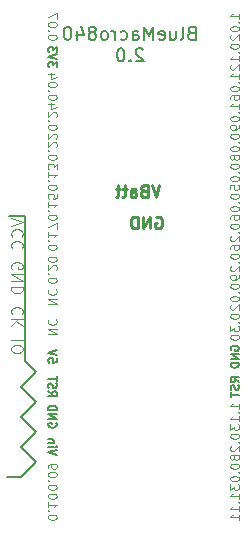
<source format=gbr>
G04 #@! TF.GenerationSoftware,KiCad,Pcbnew,(5.1.8)-1*
G04 #@! TF.CreationDate,2021-04-26T09:33:21+02:00*
G04 #@! TF.ProjectId,BlueMacro,426c7565-4d61-4637-926f-2e6b69636164,rev?*
G04 #@! TF.SameCoordinates,Original*
G04 #@! TF.FileFunction,Legend,Bot*
G04 #@! TF.FilePolarity,Positive*
%FSLAX46Y46*%
G04 Gerber Fmt 4.6, Leading zero omitted, Abs format (unit mm)*
G04 Created by KiCad (PCBNEW (5.1.8)-1) date 2021-04-26 09:33:21*
%MOMM*%
%LPD*%
G01*
G04 APERTURE LIST*
%ADD10C,0.170000*%
%ADD11C,0.100000*%
%ADD12C,0.250000*%
%ADD13C,0.200000*%
%ADD14C,0.150000*%
G04 APERTURE END LIST*
D10*
X53699714Y-31015428D02*
X53542571Y-31067809D01*
X53490190Y-31120190D01*
X53437809Y-31224952D01*
X53437809Y-31382095D01*
X53490190Y-31486857D01*
X53542571Y-31539238D01*
X53647333Y-31591619D01*
X54066380Y-31591619D01*
X54066380Y-30491619D01*
X53699714Y-30491619D01*
X53594952Y-30544000D01*
X53542571Y-30596380D01*
X53490190Y-30701142D01*
X53490190Y-30805904D01*
X53542571Y-30910666D01*
X53594952Y-30963047D01*
X53699714Y-31015428D01*
X54066380Y-31015428D01*
X52809238Y-31591619D02*
X52914000Y-31539238D01*
X52966380Y-31434476D01*
X52966380Y-30491619D01*
X51918761Y-30858285D02*
X51918761Y-31591619D01*
X52390190Y-30858285D02*
X52390190Y-31434476D01*
X52337809Y-31539238D01*
X52233047Y-31591619D01*
X52075904Y-31591619D01*
X51971142Y-31539238D01*
X51918761Y-31486857D01*
X50975904Y-31539238D02*
X51080666Y-31591619D01*
X51290190Y-31591619D01*
X51394952Y-31539238D01*
X51447333Y-31434476D01*
X51447333Y-31015428D01*
X51394952Y-30910666D01*
X51290190Y-30858285D01*
X51080666Y-30858285D01*
X50975904Y-30910666D01*
X50923523Y-31015428D01*
X50923523Y-31120190D01*
X51447333Y-31224952D01*
X50452095Y-31591619D02*
X50452095Y-30491619D01*
X50085428Y-31277333D01*
X49718761Y-30491619D01*
X49718761Y-31591619D01*
X48723523Y-31591619D02*
X48723523Y-31015428D01*
X48775904Y-30910666D01*
X48880666Y-30858285D01*
X49090190Y-30858285D01*
X49194952Y-30910666D01*
X48723523Y-31539238D02*
X48828285Y-31591619D01*
X49090190Y-31591619D01*
X49194952Y-31539238D01*
X49247333Y-31434476D01*
X49247333Y-31329714D01*
X49194952Y-31224952D01*
X49090190Y-31172571D01*
X48828285Y-31172571D01*
X48723523Y-31120190D01*
X47728285Y-31539238D02*
X47833047Y-31591619D01*
X48042571Y-31591619D01*
X48147333Y-31539238D01*
X48199714Y-31486857D01*
X48252095Y-31382095D01*
X48252095Y-31067809D01*
X48199714Y-30963047D01*
X48147333Y-30910666D01*
X48042571Y-30858285D01*
X47833047Y-30858285D01*
X47728285Y-30910666D01*
X47256857Y-31591619D02*
X47256857Y-30858285D01*
X47256857Y-31067809D02*
X47204476Y-30963047D01*
X47152095Y-30910666D01*
X47047333Y-30858285D01*
X46942571Y-30858285D01*
X46418761Y-31591619D02*
X46523523Y-31539238D01*
X46575904Y-31486857D01*
X46628285Y-31382095D01*
X46628285Y-31067809D01*
X46575904Y-30963047D01*
X46523523Y-30910666D01*
X46418761Y-30858285D01*
X46261619Y-30858285D01*
X46156857Y-30910666D01*
X46104476Y-30963047D01*
X46052095Y-31067809D01*
X46052095Y-31382095D01*
X46104476Y-31486857D01*
X46156857Y-31539238D01*
X46261619Y-31591619D01*
X46418761Y-31591619D01*
X45423523Y-30963047D02*
X45528285Y-30910666D01*
X45580666Y-30858285D01*
X45633047Y-30753523D01*
X45633047Y-30701142D01*
X45580666Y-30596380D01*
X45528285Y-30544000D01*
X45423523Y-30491619D01*
X45214000Y-30491619D01*
X45109238Y-30544000D01*
X45056857Y-30596380D01*
X45004476Y-30701142D01*
X45004476Y-30753523D01*
X45056857Y-30858285D01*
X45109238Y-30910666D01*
X45214000Y-30963047D01*
X45423523Y-30963047D01*
X45528285Y-31015428D01*
X45580666Y-31067809D01*
X45633047Y-31172571D01*
X45633047Y-31382095D01*
X45580666Y-31486857D01*
X45528285Y-31539238D01*
X45423523Y-31591619D01*
X45214000Y-31591619D01*
X45109238Y-31539238D01*
X45056857Y-31486857D01*
X45004476Y-31382095D01*
X45004476Y-31172571D01*
X45056857Y-31067809D01*
X45109238Y-31015428D01*
X45214000Y-30963047D01*
X44061619Y-30858285D02*
X44061619Y-31591619D01*
X44323523Y-30439238D02*
X44585428Y-31224952D01*
X43904476Y-31224952D01*
X43275904Y-30491619D02*
X43171142Y-30491619D01*
X43066380Y-30544000D01*
X43014000Y-30596380D01*
X42961619Y-30701142D01*
X42909238Y-30910666D01*
X42909238Y-31172571D01*
X42961619Y-31382095D01*
X43014000Y-31486857D01*
X43066380Y-31539238D01*
X43171142Y-31591619D01*
X43275904Y-31591619D01*
X43380666Y-31539238D01*
X43433047Y-31486857D01*
X43485428Y-31382095D01*
X43537809Y-31172571D01*
X43537809Y-30910666D01*
X43485428Y-30701142D01*
X43433047Y-30596380D01*
X43380666Y-30544000D01*
X43275904Y-30491619D01*
X49614000Y-32416380D02*
X49561619Y-32364000D01*
X49456857Y-32311619D01*
X49194952Y-32311619D01*
X49090190Y-32364000D01*
X49037809Y-32416380D01*
X48985428Y-32521142D01*
X48985428Y-32625904D01*
X49037809Y-32783047D01*
X49666380Y-33411619D01*
X48985428Y-33411619D01*
X48514000Y-33306857D02*
X48461619Y-33359238D01*
X48514000Y-33411619D01*
X48566380Y-33359238D01*
X48514000Y-33306857D01*
X48514000Y-33411619D01*
X47780666Y-32311619D02*
X47675904Y-32311619D01*
X47571142Y-32364000D01*
X47518761Y-32416380D01*
X47466380Y-32521142D01*
X47414000Y-32730666D01*
X47414000Y-32992571D01*
X47466380Y-33202095D01*
X47518761Y-33306857D01*
X47571142Y-33359238D01*
X47675904Y-33411619D01*
X47780666Y-33411619D01*
X47885428Y-33359238D01*
X47937809Y-33306857D01*
X47990190Y-33202095D01*
X48042571Y-32992571D01*
X48042571Y-32730666D01*
X47990190Y-32521142D01*
X47937809Y-32416380D01*
X47885428Y-32364000D01*
X47780666Y-32311619D01*
D11*
X57743285Y-70441428D02*
X57743285Y-70012857D01*
X57743285Y-70227142D02*
X56993285Y-70227142D01*
X57100428Y-70155714D01*
X57171857Y-70084285D01*
X57207571Y-70012857D01*
X57671857Y-70762857D02*
X57707571Y-70798571D01*
X57743285Y-70762857D01*
X57707571Y-70727142D01*
X57671857Y-70762857D01*
X57743285Y-70762857D01*
X57743285Y-71512857D02*
X57743285Y-71084285D01*
X57743285Y-71298571D02*
X56993285Y-71298571D01*
X57100428Y-71227142D01*
X57171857Y-71155714D01*
X57207571Y-71084285D01*
X57743285Y-72227142D02*
X57743285Y-71798571D01*
X57743285Y-72012857D02*
X56993285Y-72012857D01*
X57100428Y-71941428D01*
X57171857Y-71870000D01*
X57207571Y-71798571D01*
X56993285Y-67651428D02*
X56993285Y-67722857D01*
X57029000Y-67794285D01*
X57064714Y-67830000D01*
X57136142Y-67865714D01*
X57279000Y-67901428D01*
X57457571Y-67901428D01*
X57600428Y-67865714D01*
X57671857Y-67830000D01*
X57707571Y-67794285D01*
X57743285Y-67722857D01*
X57743285Y-67651428D01*
X57707571Y-67580000D01*
X57671857Y-67544285D01*
X57600428Y-67508571D01*
X57457571Y-67472857D01*
X57279000Y-67472857D01*
X57136142Y-67508571D01*
X57064714Y-67544285D01*
X57029000Y-67580000D01*
X56993285Y-67651428D01*
X57671857Y-68222857D02*
X57707571Y-68258571D01*
X57743285Y-68222857D01*
X57707571Y-68187142D01*
X57671857Y-68222857D01*
X57743285Y-68222857D01*
X56993285Y-68722857D02*
X56993285Y-68794285D01*
X57029000Y-68865714D01*
X57064714Y-68901428D01*
X57136142Y-68937142D01*
X57279000Y-68972857D01*
X57457571Y-68972857D01*
X57600428Y-68937142D01*
X57671857Y-68901428D01*
X57707571Y-68865714D01*
X57743285Y-68794285D01*
X57743285Y-68722857D01*
X57707571Y-68651428D01*
X57671857Y-68615714D01*
X57600428Y-68580000D01*
X57457571Y-68544285D01*
X57279000Y-68544285D01*
X57136142Y-68580000D01*
X57064714Y-68615714D01*
X57029000Y-68651428D01*
X56993285Y-68722857D01*
X56993285Y-69222857D02*
X56993285Y-69687142D01*
X57279000Y-69437142D01*
X57279000Y-69544285D01*
X57314714Y-69615714D01*
X57350428Y-69651428D01*
X57421857Y-69687142D01*
X57600428Y-69687142D01*
X57671857Y-69651428D01*
X57707571Y-69615714D01*
X57743285Y-69544285D01*
X57743285Y-69330000D01*
X57707571Y-69258571D01*
X57671857Y-69222857D01*
X56993285Y-65111428D02*
X56993285Y-65182857D01*
X57029000Y-65254285D01*
X57064714Y-65290000D01*
X57136142Y-65325714D01*
X57279000Y-65361428D01*
X57457571Y-65361428D01*
X57600428Y-65325714D01*
X57671857Y-65290000D01*
X57707571Y-65254285D01*
X57743285Y-65182857D01*
X57743285Y-65111428D01*
X57707571Y-65040000D01*
X57671857Y-65004285D01*
X57600428Y-64968571D01*
X57457571Y-64932857D01*
X57279000Y-64932857D01*
X57136142Y-64968571D01*
X57064714Y-65004285D01*
X57029000Y-65040000D01*
X56993285Y-65111428D01*
X57671857Y-65682857D02*
X57707571Y-65718571D01*
X57743285Y-65682857D01*
X57707571Y-65647142D01*
X57671857Y-65682857D01*
X57743285Y-65682857D01*
X57064714Y-66004285D02*
X57029000Y-66040000D01*
X56993285Y-66111428D01*
X56993285Y-66290000D01*
X57029000Y-66361428D01*
X57064714Y-66397142D01*
X57136142Y-66432857D01*
X57207571Y-66432857D01*
X57314714Y-66397142D01*
X57743285Y-65968571D01*
X57743285Y-66432857D01*
X57314714Y-66861428D02*
X57279000Y-66790000D01*
X57243285Y-66754285D01*
X57171857Y-66718571D01*
X57136142Y-66718571D01*
X57064714Y-66754285D01*
X57029000Y-66790000D01*
X56993285Y-66861428D01*
X56993285Y-67004285D01*
X57029000Y-67075714D01*
X57064714Y-67111428D01*
X57136142Y-67147142D01*
X57171857Y-67147142D01*
X57243285Y-67111428D01*
X57279000Y-67075714D01*
X57314714Y-67004285D01*
X57314714Y-66861428D01*
X57350428Y-66790000D01*
X57386142Y-66754285D01*
X57457571Y-66718571D01*
X57600428Y-66718571D01*
X57671857Y-66754285D01*
X57707571Y-66790000D01*
X57743285Y-66861428D01*
X57743285Y-67004285D01*
X57707571Y-67075714D01*
X57671857Y-67111428D01*
X57600428Y-67147142D01*
X57457571Y-67147142D01*
X57386142Y-67111428D01*
X57350428Y-67075714D01*
X57314714Y-67004285D01*
X57743285Y-62821428D02*
X57743285Y-62392857D01*
X57743285Y-62607142D02*
X56993285Y-62607142D01*
X57100428Y-62535714D01*
X57171857Y-62464285D01*
X57207571Y-62392857D01*
X57671857Y-63142857D02*
X57707571Y-63178571D01*
X57743285Y-63142857D01*
X57707571Y-63107142D01*
X57671857Y-63142857D01*
X57743285Y-63142857D01*
X57743285Y-63892857D02*
X57743285Y-63464285D01*
X57743285Y-63678571D02*
X56993285Y-63678571D01*
X57100428Y-63607142D01*
X57171857Y-63535714D01*
X57207571Y-63464285D01*
X56993285Y-64142857D02*
X56993285Y-64607142D01*
X57279000Y-64357142D01*
X57279000Y-64464285D01*
X57314714Y-64535714D01*
X57350428Y-64571428D01*
X57421857Y-64607142D01*
X57600428Y-64607142D01*
X57671857Y-64571428D01*
X57707571Y-64535714D01*
X57743285Y-64464285D01*
X57743285Y-64250000D01*
X57707571Y-64178571D01*
X57671857Y-64142857D01*
X56993285Y-54951428D02*
X56993285Y-55022857D01*
X57029000Y-55094285D01*
X57064714Y-55130000D01*
X57136142Y-55165714D01*
X57279000Y-55201428D01*
X57457571Y-55201428D01*
X57600428Y-55165714D01*
X57671857Y-55130000D01*
X57707571Y-55094285D01*
X57743285Y-55022857D01*
X57743285Y-54951428D01*
X57707571Y-54880000D01*
X57671857Y-54844285D01*
X57600428Y-54808571D01*
X57457571Y-54772857D01*
X57279000Y-54772857D01*
X57136142Y-54808571D01*
X57064714Y-54844285D01*
X57029000Y-54880000D01*
X56993285Y-54951428D01*
X57671857Y-55522857D02*
X57707571Y-55558571D01*
X57743285Y-55522857D01*
X57707571Y-55487142D01*
X57671857Y-55522857D01*
X57743285Y-55522857D01*
X56993285Y-55808571D02*
X56993285Y-56272857D01*
X57279000Y-56022857D01*
X57279000Y-56130000D01*
X57314714Y-56201428D01*
X57350428Y-56237142D01*
X57421857Y-56272857D01*
X57600428Y-56272857D01*
X57671857Y-56237142D01*
X57707571Y-56201428D01*
X57743285Y-56130000D01*
X57743285Y-55915714D01*
X57707571Y-55844285D01*
X57671857Y-55808571D01*
X56993285Y-56737142D02*
X56993285Y-56808571D01*
X57029000Y-56880000D01*
X57064714Y-56915714D01*
X57136142Y-56951428D01*
X57279000Y-56987142D01*
X57457571Y-56987142D01*
X57600428Y-56951428D01*
X57671857Y-56915714D01*
X57707571Y-56880000D01*
X57743285Y-56808571D01*
X57743285Y-56737142D01*
X57707571Y-56665714D01*
X57671857Y-56630000D01*
X57600428Y-56594285D01*
X57457571Y-56558571D01*
X57279000Y-56558571D01*
X57136142Y-56594285D01*
X57064714Y-56630000D01*
X57029000Y-56665714D01*
X56993285Y-56737142D01*
X56993285Y-52411428D02*
X56993285Y-52482857D01*
X57029000Y-52554285D01*
X57064714Y-52590000D01*
X57136142Y-52625714D01*
X57279000Y-52661428D01*
X57457571Y-52661428D01*
X57600428Y-52625714D01*
X57671857Y-52590000D01*
X57707571Y-52554285D01*
X57743285Y-52482857D01*
X57743285Y-52411428D01*
X57707571Y-52340000D01*
X57671857Y-52304285D01*
X57600428Y-52268571D01*
X57457571Y-52232857D01*
X57279000Y-52232857D01*
X57136142Y-52268571D01*
X57064714Y-52304285D01*
X57029000Y-52340000D01*
X56993285Y-52411428D01*
X57671857Y-52982857D02*
X57707571Y-53018571D01*
X57743285Y-52982857D01*
X57707571Y-52947142D01*
X57671857Y-52982857D01*
X57743285Y-52982857D01*
X56993285Y-53482857D02*
X56993285Y-53554285D01*
X57029000Y-53625714D01*
X57064714Y-53661428D01*
X57136142Y-53697142D01*
X57279000Y-53732857D01*
X57457571Y-53732857D01*
X57600428Y-53697142D01*
X57671857Y-53661428D01*
X57707571Y-53625714D01*
X57743285Y-53554285D01*
X57743285Y-53482857D01*
X57707571Y-53411428D01*
X57671857Y-53375714D01*
X57600428Y-53340000D01*
X57457571Y-53304285D01*
X57279000Y-53304285D01*
X57136142Y-53340000D01*
X57064714Y-53375714D01*
X57029000Y-53411428D01*
X56993285Y-53482857D01*
X57064714Y-54018571D02*
X57029000Y-54054285D01*
X56993285Y-54125714D01*
X56993285Y-54304285D01*
X57029000Y-54375714D01*
X57064714Y-54411428D01*
X57136142Y-54447142D01*
X57207571Y-54447142D01*
X57314714Y-54411428D01*
X57743285Y-53982857D01*
X57743285Y-54447142D01*
X56993285Y-49871428D02*
X56993285Y-49942857D01*
X57029000Y-50014285D01*
X57064714Y-50050000D01*
X57136142Y-50085714D01*
X57279000Y-50121428D01*
X57457571Y-50121428D01*
X57600428Y-50085714D01*
X57671857Y-50050000D01*
X57707571Y-50014285D01*
X57743285Y-49942857D01*
X57743285Y-49871428D01*
X57707571Y-49800000D01*
X57671857Y-49764285D01*
X57600428Y-49728571D01*
X57457571Y-49692857D01*
X57279000Y-49692857D01*
X57136142Y-49728571D01*
X57064714Y-49764285D01*
X57029000Y-49800000D01*
X56993285Y-49871428D01*
X57671857Y-50442857D02*
X57707571Y-50478571D01*
X57743285Y-50442857D01*
X57707571Y-50407142D01*
X57671857Y-50442857D01*
X57743285Y-50442857D01*
X57064714Y-50764285D02*
X57029000Y-50800000D01*
X56993285Y-50871428D01*
X56993285Y-51050000D01*
X57029000Y-51121428D01*
X57064714Y-51157142D01*
X57136142Y-51192857D01*
X57207571Y-51192857D01*
X57314714Y-51157142D01*
X57743285Y-50728571D01*
X57743285Y-51192857D01*
X57743285Y-51550000D02*
X57743285Y-51692857D01*
X57707571Y-51764285D01*
X57671857Y-51800000D01*
X57564714Y-51871428D01*
X57421857Y-51907142D01*
X57136142Y-51907142D01*
X57064714Y-51871428D01*
X57029000Y-51835714D01*
X56993285Y-51764285D01*
X56993285Y-51621428D01*
X57029000Y-51550000D01*
X57064714Y-51514285D01*
X57136142Y-51478571D01*
X57314714Y-51478571D01*
X57386142Y-51514285D01*
X57421857Y-51550000D01*
X57457571Y-51621428D01*
X57457571Y-51764285D01*
X57421857Y-51835714D01*
X57386142Y-51871428D01*
X57314714Y-51907142D01*
X56993285Y-47331428D02*
X56993285Y-47402857D01*
X57029000Y-47474285D01*
X57064714Y-47510000D01*
X57136142Y-47545714D01*
X57279000Y-47581428D01*
X57457571Y-47581428D01*
X57600428Y-47545714D01*
X57671857Y-47510000D01*
X57707571Y-47474285D01*
X57743285Y-47402857D01*
X57743285Y-47331428D01*
X57707571Y-47260000D01*
X57671857Y-47224285D01*
X57600428Y-47188571D01*
X57457571Y-47152857D01*
X57279000Y-47152857D01*
X57136142Y-47188571D01*
X57064714Y-47224285D01*
X57029000Y-47260000D01*
X56993285Y-47331428D01*
X57671857Y-47902857D02*
X57707571Y-47938571D01*
X57743285Y-47902857D01*
X57707571Y-47867142D01*
X57671857Y-47902857D01*
X57743285Y-47902857D01*
X57064714Y-48224285D02*
X57029000Y-48260000D01*
X56993285Y-48331428D01*
X56993285Y-48510000D01*
X57029000Y-48581428D01*
X57064714Y-48617142D01*
X57136142Y-48652857D01*
X57207571Y-48652857D01*
X57314714Y-48617142D01*
X57743285Y-48188571D01*
X57743285Y-48652857D01*
X56993285Y-49295714D02*
X56993285Y-49152857D01*
X57029000Y-49081428D01*
X57064714Y-49045714D01*
X57171857Y-48974285D01*
X57314714Y-48938571D01*
X57600428Y-48938571D01*
X57671857Y-48974285D01*
X57707571Y-49010000D01*
X57743285Y-49081428D01*
X57743285Y-49224285D01*
X57707571Y-49295714D01*
X57671857Y-49331428D01*
X57600428Y-49367142D01*
X57421857Y-49367142D01*
X57350428Y-49331428D01*
X57314714Y-49295714D01*
X57279000Y-49224285D01*
X57279000Y-49081428D01*
X57314714Y-49010000D01*
X57350428Y-48974285D01*
X57421857Y-48938571D01*
X56993285Y-44791428D02*
X56993285Y-44862857D01*
X57029000Y-44934285D01*
X57064714Y-44970000D01*
X57136142Y-45005714D01*
X57279000Y-45041428D01*
X57457571Y-45041428D01*
X57600428Y-45005714D01*
X57671857Y-44970000D01*
X57707571Y-44934285D01*
X57743285Y-44862857D01*
X57743285Y-44791428D01*
X57707571Y-44720000D01*
X57671857Y-44684285D01*
X57600428Y-44648571D01*
X57457571Y-44612857D01*
X57279000Y-44612857D01*
X57136142Y-44648571D01*
X57064714Y-44684285D01*
X57029000Y-44720000D01*
X56993285Y-44791428D01*
X57671857Y-45362857D02*
X57707571Y-45398571D01*
X57743285Y-45362857D01*
X57707571Y-45327142D01*
X57671857Y-45362857D01*
X57743285Y-45362857D01*
X56993285Y-45862857D02*
X56993285Y-45934285D01*
X57029000Y-46005714D01*
X57064714Y-46041428D01*
X57136142Y-46077142D01*
X57279000Y-46112857D01*
X57457571Y-46112857D01*
X57600428Y-46077142D01*
X57671857Y-46041428D01*
X57707571Y-46005714D01*
X57743285Y-45934285D01*
X57743285Y-45862857D01*
X57707571Y-45791428D01*
X57671857Y-45755714D01*
X57600428Y-45720000D01*
X57457571Y-45684285D01*
X57279000Y-45684285D01*
X57136142Y-45720000D01*
X57064714Y-45755714D01*
X57029000Y-45791428D01*
X56993285Y-45862857D01*
X56993285Y-46755714D02*
X56993285Y-46612857D01*
X57029000Y-46541428D01*
X57064714Y-46505714D01*
X57171857Y-46434285D01*
X57314714Y-46398571D01*
X57600428Y-46398571D01*
X57671857Y-46434285D01*
X57707571Y-46470000D01*
X57743285Y-46541428D01*
X57743285Y-46684285D01*
X57707571Y-46755714D01*
X57671857Y-46791428D01*
X57600428Y-46827142D01*
X57421857Y-46827142D01*
X57350428Y-46791428D01*
X57314714Y-46755714D01*
X57279000Y-46684285D01*
X57279000Y-46541428D01*
X57314714Y-46470000D01*
X57350428Y-46434285D01*
X57421857Y-46398571D01*
X56993285Y-42251428D02*
X56993285Y-42322857D01*
X57029000Y-42394285D01*
X57064714Y-42430000D01*
X57136142Y-42465714D01*
X57279000Y-42501428D01*
X57457571Y-42501428D01*
X57600428Y-42465714D01*
X57671857Y-42430000D01*
X57707571Y-42394285D01*
X57743285Y-42322857D01*
X57743285Y-42251428D01*
X57707571Y-42180000D01*
X57671857Y-42144285D01*
X57600428Y-42108571D01*
X57457571Y-42072857D01*
X57279000Y-42072857D01*
X57136142Y-42108571D01*
X57064714Y-42144285D01*
X57029000Y-42180000D01*
X56993285Y-42251428D01*
X57671857Y-42822857D02*
X57707571Y-42858571D01*
X57743285Y-42822857D01*
X57707571Y-42787142D01*
X57671857Y-42822857D01*
X57743285Y-42822857D01*
X56993285Y-43322857D02*
X56993285Y-43394285D01*
X57029000Y-43465714D01*
X57064714Y-43501428D01*
X57136142Y-43537142D01*
X57279000Y-43572857D01*
X57457571Y-43572857D01*
X57600428Y-43537142D01*
X57671857Y-43501428D01*
X57707571Y-43465714D01*
X57743285Y-43394285D01*
X57743285Y-43322857D01*
X57707571Y-43251428D01*
X57671857Y-43215714D01*
X57600428Y-43180000D01*
X57457571Y-43144285D01*
X57279000Y-43144285D01*
X57136142Y-43180000D01*
X57064714Y-43215714D01*
X57029000Y-43251428D01*
X56993285Y-43322857D01*
X56993285Y-44251428D02*
X56993285Y-43894285D01*
X57350428Y-43858571D01*
X57314714Y-43894285D01*
X57279000Y-43965714D01*
X57279000Y-44144285D01*
X57314714Y-44215714D01*
X57350428Y-44251428D01*
X57421857Y-44287142D01*
X57600428Y-44287142D01*
X57671857Y-44251428D01*
X57707571Y-44215714D01*
X57743285Y-44144285D01*
X57743285Y-43965714D01*
X57707571Y-43894285D01*
X57671857Y-43858571D01*
X56993285Y-39711428D02*
X56993285Y-39782857D01*
X57029000Y-39854285D01*
X57064714Y-39890000D01*
X57136142Y-39925714D01*
X57279000Y-39961428D01*
X57457571Y-39961428D01*
X57600428Y-39925714D01*
X57671857Y-39890000D01*
X57707571Y-39854285D01*
X57743285Y-39782857D01*
X57743285Y-39711428D01*
X57707571Y-39640000D01*
X57671857Y-39604285D01*
X57600428Y-39568571D01*
X57457571Y-39532857D01*
X57279000Y-39532857D01*
X57136142Y-39568571D01*
X57064714Y-39604285D01*
X57029000Y-39640000D01*
X56993285Y-39711428D01*
X57671857Y-40282857D02*
X57707571Y-40318571D01*
X57743285Y-40282857D01*
X57707571Y-40247142D01*
X57671857Y-40282857D01*
X57743285Y-40282857D01*
X56993285Y-40782857D02*
X56993285Y-40854285D01*
X57029000Y-40925714D01*
X57064714Y-40961428D01*
X57136142Y-40997142D01*
X57279000Y-41032857D01*
X57457571Y-41032857D01*
X57600428Y-40997142D01*
X57671857Y-40961428D01*
X57707571Y-40925714D01*
X57743285Y-40854285D01*
X57743285Y-40782857D01*
X57707571Y-40711428D01*
X57671857Y-40675714D01*
X57600428Y-40640000D01*
X57457571Y-40604285D01*
X57279000Y-40604285D01*
X57136142Y-40640000D01*
X57064714Y-40675714D01*
X57029000Y-40711428D01*
X56993285Y-40782857D01*
X57314714Y-41461428D02*
X57279000Y-41390000D01*
X57243285Y-41354285D01*
X57171857Y-41318571D01*
X57136142Y-41318571D01*
X57064714Y-41354285D01*
X57029000Y-41390000D01*
X56993285Y-41461428D01*
X56993285Y-41604285D01*
X57029000Y-41675714D01*
X57064714Y-41711428D01*
X57136142Y-41747142D01*
X57171857Y-41747142D01*
X57243285Y-41711428D01*
X57279000Y-41675714D01*
X57314714Y-41604285D01*
X57314714Y-41461428D01*
X57350428Y-41390000D01*
X57386142Y-41354285D01*
X57457571Y-41318571D01*
X57600428Y-41318571D01*
X57671857Y-41354285D01*
X57707571Y-41390000D01*
X57743285Y-41461428D01*
X57743285Y-41604285D01*
X57707571Y-41675714D01*
X57671857Y-41711428D01*
X57600428Y-41747142D01*
X57457571Y-41747142D01*
X57386142Y-41711428D01*
X57350428Y-41675714D01*
X57314714Y-41604285D01*
X57743285Y-37421428D02*
X57743285Y-36992857D01*
X57743285Y-37207142D02*
X56993285Y-37207142D01*
X57100428Y-37135714D01*
X57171857Y-37064285D01*
X57207571Y-36992857D01*
X57671857Y-37742857D02*
X57707571Y-37778571D01*
X57743285Y-37742857D01*
X57707571Y-37707142D01*
X57671857Y-37742857D01*
X57743285Y-37742857D01*
X56993285Y-38242857D02*
X56993285Y-38314285D01*
X57029000Y-38385714D01*
X57064714Y-38421428D01*
X57136142Y-38457142D01*
X57279000Y-38492857D01*
X57457571Y-38492857D01*
X57600428Y-38457142D01*
X57671857Y-38421428D01*
X57707571Y-38385714D01*
X57743285Y-38314285D01*
X57743285Y-38242857D01*
X57707571Y-38171428D01*
X57671857Y-38135714D01*
X57600428Y-38100000D01*
X57457571Y-38064285D01*
X57279000Y-38064285D01*
X57136142Y-38100000D01*
X57064714Y-38135714D01*
X57029000Y-38171428D01*
X56993285Y-38242857D01*
X57743285Y-38850000D02*
X57743285Y-38992857D01*
X57707571Y-39064285D01*
X57671857Y-39100000D01*
X57564714Y-39171428D01*
X57421857Y-39207142D01*
X57136142Y-39207142D01*
X57064714Y-39171428D01*
X57029000Y-39135714D01*
X56993285Y-39064285D01*
X56993285Y-38921428D01*
X57029000Y-38850000D01*
X57064714Y-38814285D01*
X57136142Y-38778571D01*
X57314714Y-38778571D01*
X57386142Y-38814285D01*
X57421857Y-38850000D01*
X57457571Y-38921428D01*
X57457571Y-39064285D01*
X57421857Y-39135714D01*
X57386142Y-39171428D01*
X57314714Y-39207142D01*
X57743285Y-34881428D02*
X57743285Y-34452857D01*
X57743285Y-34667142D02*
X56993285Y-34667142D01*
X57100428Y-34595714D01*
X57171857Y-34524285D01*
X57207571Y-34452857D01*
X57671857Y-35202857D02*
X57707571Y-35238571D01*
X57743285Y-35202857D01*
X57707571Y-35167142D01*
X57671857Y-35202857D01*
X57743285Y-35202857D01*
X56993285Y-35702857D02*
X56993285Y-35774285D01*
X57029000Y-35845714D01*
X57064714Y-35881428D01*
X57136142Y-35917142D01*
X57279000Y-35952857D01*
X57457571Y-35952857D01*
X57600428Y-35917142D01*
X57671857Y-35881428D01*
X57707571Y-35845714D01*
X57743285Y-35774285D01*
X57743285Y-35702857D01*
X57707571Y-35631428D01*
X57671857Y-35595714D01*
X57600428Y-35560000D01*
X57457571Y-35524285D01*
X57279000Y-35524285D01*
X57136142Y-35560000D01*
X57064714Y-35595714D01*
X57029000Y-35631428D01*
X56993285Y-35702857D01*
X56993285Y-36595714D02*
X56993285Y-36452857D01*
X57029000Y-36381428D01*
X57064714Y-36345714D01*
X57171857Y-36274285D01*
X57314714Y-36238571D01*
X57600428Y-36238571D01*
X57671857Y-36274285D01*
X57707571Y-36310000D01*
X57743285Y-36381428D01*
X57743285Y-36524285D01*
X57707571Y-36595714D01*
X57671857Y-36631428D01*
X57600428Y-36667142D01*
X57421857Y-36667142D01*
X57350428Y-36631428D01*
X57314714Y-36595714D01*
X57279000Y-36524285D01*
X57279000Y-36381428D01*
X57314714Y-36310000D01*
X57350428Y-36274285D01*
X57421857Y-36238571D01*
X56993285Y-32091428D02*
X56993285Y-32162857D01*
X57029000Y-32234285D01*
X57064714Y-32270000D01*
X57136142Y-32305714D01*
X57279000Y-32341428D01*
X57457571Y-32341428D01*
X57600428Y-32305714D01*
X57671857Y-32270000D01*
X57707571Y-32234285D01*
X57743285Y-32162857D01*
X57743285Y-32091428D01*
X57707571Y-32020000D01*
X57671857Y-31984285D01*
X57600428Y-31948571D01*
X57457571Y-31912857D01*
X57279000Y-31912857D01*
X57136142Y-31948571D01*
X57064714Y-31984285D01*
X57029000Y-32020000D01*
X56993285Y-32091428D01*
X57671857Y-32662857D02*
X57707571Y-32698571D01*
X57743285Y-32662857D01*
X57707571Y-32627142D01*
X57671857Y-32662857D01*
X57743285Y-32662857D01*
X57743285Y-33412857D02*
X57743285Y-32984285D01*
X57743285Y-33198571D02*
X56993285Y-33198571D01*
X57100428Y-33127142D01*
X57171857Y-33055714D01*
X57207571Y-32984285D01*
X57064714Y-33698571D02*
X57029000Y-33734285D01*
X56993285Y-33805714D01*
X56993285Y-33984285D01*
X57029000Y-34055714D01*
X57064714Y-34091428D01*
X57136142Y-34127142D01*
X57207571Y-34127142D01*
X57314714Y-34091428D01*
X57743285Y-33662857D01*
X57743285Y-34127142D01*
X57743285Y-29801428D02*
X57743285Y-29372857D01*
X57743285Y-29587142D02*
X56993285Y-29587142D01*
X57100428Y-29515714D01*
X57171857Y-29444285D01*
X57207571Y-29372857D01*
X57671857Y-30122857D02*
X57707571Y-30158571D01*
X57743285Y-30122857D01*
X57707571Y-30087142D01*
X57671857Y-30122857D01*
X57743285Y-30122857D01*
X56993285Y-30622857D02*
X56993285Y-30694285D01*
X57029000Y-30765714D01*
X57064714Y-30801428D01*
X57136142Y-30837142D01*
X57279000Y-30872857D01*
X57457571Y-30872857D01*
X57600428Y-30837142D01*
X57671857Y-30801428D01*
X57707571Y-30765714D01*
X57743285Y-30694285D01*
X57743285Y-30622857D01*
X57707571Y-30551428D01*
X57671857Y-30515714D01*
X57600428Y-30480000D01*
X57457571Y-30444285D01*
X57279000Y-30444285D01*
X57136142Y-30480000D01*
X57064714Y-30515714D01*
X57029000Y-30551428D01*
X56993285Y-30622857D01*
X57064714Y-31158571D02*
X57029000Y-31194285D01*
X56993285Y-31265714D01*
X56993285Y-31444285D01*
X57029000Y-31515714D01*
X57064714Y-31551428D01*
X57136142Y-31587142D01*
X57207571Y-31587142D01*
X57314714Y-31551428D01*
X57743285Y-31122857D01*
X57743285Y-31587142D01*
X42320714Y-69508571D02*
X42320714Y-69437142D01*
X42285000Y-69365714D01*
X42249285Y-69330000D01*
X42177857Y-69294285D01*
X42035000Y-69258571D01*
X41856428Y-69258571D01*
X41713571Y-69294285D01*
X41642142Y-69330000D01*
X41606428Y-69365714D01*
X41570714Y-69437142D01*
X41570714Y-69508571D01*
X41606428Y-69580000D01*
X41642142Y-69615714D01*
X41713571Y-69651428D01*
X41856428Y-69687142D01*
X42035000Y-69687142D01*
X42177857Y-69651428D01*
X42249285Y-69615714D01*
X42285000Y-69580000D01*
X42320714Y-69508571D01*
X41642142Y-68937142D02*
X41606428Y-68901428D01*
X41570714Y-68937142D01*
X41606428Y-68972857D01*
X41642142Y-68937142D01*
X41570714Y-68937142D01*
X42320714Y-68437142D02*
X42320714Y-68365714D01*
X42285000Y-68294285D01*
X42249285Y-68258571D01*
X42177857Y-68222857D01*
X42035000Y-68187142D01*
X41856428Y-68187142D01*
X41713571Y-68222857D01*
X41642142Y-68258571D01*
X41606428Y-68294285D01*
X41570714Y-68365714D01*
X41570714Y-68437142D01*
X41606428Y-68508571D01*
X41642142Y-68544285D01*
X41713571Y-68580000D01*
X41856428Y-68615714D01*
X42035000Y-68615714D01*
X42177857Y-68580000D01*
X42249285Y-68544285D01*
X42285000Y-68508571D01*
X42320714Y-68437142D01*
X41570714Y-67830000D02*
X41570714Y-67687142D01*
X41606428Y-67615714D01*
X41642142Y-67580000D01*
X41749285Y-67508571D01*
X41892142Y-67472857D01*
X42177857Y-67472857D01*
X42249285Y-67508571D01*
X42285000Y-67544285D01*
X42320714Y-67615714D01*
X42320714Y-67758571D01*
X42285000Y-67830000D01*
X42249285Y-67865714D01*
X42177857Y-67901428D01*
X41999285Y-67901428D01*
X41927857Y-67865714D01*
X41892142Y-67830000D01*
X41856428Y-67758571D01*
X41856428Y-67615714D01*
X41892142Y-67544285D01*
X41927857Y-67508571D01*
X41999285Y-67472857D01*
X42320714Y-72048571D02*
X42320714Y-71977142D01*
X42285000Y-71905714D01*
X42249285Y-71870000D01*
X42177857Y-71834285D01*
X42035000Y-71798571D01*
X41856428Y-71798571D01*
X41713571Y-71834285D01*
X41642142Y-71870000D01*
X41606428Y-71905714D01*
X41570714Y-71977142D01*
X41570714Y-72048571D01*
X41606428Y-72120000D01*
X41642142Y-72155714D01*
X41713571Y-72191428D01*
X41856428Y-72227142D01*
X42035000Y-72227142D01*
X42177857Y-72191428D01*
X42249285Y-72155714D01*
X42285000Y-72120000D01*
X42320714Y-72048571D01*
X41642142Y-71477142D02*
X41606428Y-71441428D01*
X41570714Y-71477142D01*
X41606428Y-71512857D01*
X41642142Y-71477142D01*
X41570714Y-71477142D01*
X41570714Y-70727142D02*
X41570714Y-71155714D01*
X41570714Y-70941428D02*
X42320714Y-70941428D01*
X42213571Y-71012857D01*
X42142142Y-71084285D01*
X42106428Y-71155714D01*
X42320714Y-70262857D02*
X42320714Y-70191428D01*
X42285000Y-70120000D01*
X42249285Y-70084285D01*
X42177857Y-70048571D01*
X42035000Y-70012857D01*
X41856428Y-70012857D01*
X41713571Y-70048571D01*
X41642142Y-70084285D01*
X41606428Y-70120000D01*
X41570714Y-70191428D01*
X41570714Y-70262857D01*
X41606428Y-70334285D01*
X41642142Y-70370000D01*
X41713571Y-70405714D01*
X41856428Y-70441428D01*
X42035000Y-70441428D01*
X42177857Y-70405714D01*
X42249285Y-70370000D01*
X42285000Y-70334285D01*
X42320714Y-70262857D01*
X41570714Y-56469285D02*
X42320714Y-56469285D01*
X41570714Y-56040714D01*
X42320714Y-56040714D01*
X41642142Y-55255000D02*
X41606428Y-55290714D01*
X41570714Y-55397857D01*
X41570714Y-55469285D01*
X41606428Y-55576428D01*
X41677857Y-55647857D01*
X41749285Y-55683571D01*
X41892142Y-55719285D01*
X41999285Y-55719285D01*
X42142142Y-55683571D01*
X42213571Y-55647857D01*
X42285000Y-55576428D01*
X42320714Y-55469285D01*
X42320714Y-55397857D01*
X42285000Y-55290714D01*
X42249285Y-55255000D01*
X41570714Y-53929285D02*
X42320714Y-53929285D01*
X41570714Y-53500714D01*
X42320714Y-53500714D01*
X41642142Y-52715000D02*
X41606428Y-52750714D01*
X41570714Y-52857857D01*
X41570714Y-52929285D01*
X41606428Y-53036428D01*
X41677857Y-53107857D01*
X41749285Y-53143571D01*
X41892142Y-53179285D01*
X41999285Y-53179285D01*
X42142142Y-53143571D01*
X42213571Y-53107857D01*
X42285000Y-53036428D01*
X42320714Y-52929285D01*
X42320714Y-52857857D01*
X42285000Y-52750714D01*
X42249285Y-52715000D01*
X42320714Y-51982571D02*
X42320714Y-51911142D01*
X42285000Y-51839714D01*
X42249285Y-51804000D01*
X42177857Y-51768285D01*
X42035000Y-51732571D01*
X41856428Y-51732571D01*
X41713571Y-51768285D01*
X41642142Y-51804000D01*
X41606428Y-51839714D01*
X41570714Y-51911142D01*
X41570714Y-51982571D01*
X41606428Y-52054000D01*
X41642142Y-52089714D01*
X41713571Y-52125428D01*
X41856428Y-52161142D01*
X42035000Y-52161142D01*
X42177857Y-52125428D01*
X42249285Y-52089714D01*
X42285000Y-52054000D01*
X42320714Y-51982571D01*
X41642142Y-51411142D02*
X41606428Y-51375428D01*
X41570714Y-51411142D01*
X41606428Y-51446857D01*
X41642142Y-51411142D01*
X41570714Y-51411142D01*
X42249285Y-51089714D02*
X42285000Y-51054000D01*
X42320714Y-50982571D01*
X42320714Y-50804000D01*
X42285000Y-50732571D01*
X42249285Y-50696857D01*
X42177857Y-50661142D01*
X42106428Y-50661142D01*
X41999285Y-50696857D01*
X41570714Y-51125428D01*
X41570714Y-50661142D01*
X42320714Y-50196857D02*
X42320714Y-50125428D01*
X42285000Y-50054000D01*
X42249285Y-50018285D01*
X42177857Y-49982571D01*
X42035000Y-49946857D01*
X41856428Y-49946857D01*
X41713571Y-49982571D01*
X41642142Y-50018285D01*
X41606428Y-50054000D01*
X41570714Y-50125428D01*
X41570714Y-50196857D01*
X41606428Y-50268285D01*
X41642142Y-50304000D01*
X41713571Y-50339714D01*
X41856428Y-50375428D01*
X42035000Y-50375428D01*
X42177857Y-50339714D01*
X42249285Y-50304000D01*
X42285000Y-50268285D01*
X42320714Y-50196857D01*
X42320714Y-49188571D02*
X42320714Y-49117142D01*
X42285000Y-49045714D01*
X42249285Y-49010000D01*
X42177857Y-48974285D01*
X42035000Y-48938571D01*
X41856428Y-48938571D01*
X41713571Y-48974285D01*
X41642142Y-49010000D01*
X41606428Y-49045714D01*
X41570714Y-49117142D01*
X41570714Y-49188571D01*
X41606428Y-49260000D01*
X41642142Y-49295714D01*
X41713571Y-49331428D01*
X41856428Y-49367142D01*
X42035000Y-49367142D01*
X42177857Y-49331428D01*
X42249285Y-49295714D01*
X42285000Y-49260000D01*
X42320714Y-49188571D01*
X41642142Y-48617142D02*
X41606428Y-48581428D01*
X41570714Y-48617142D01*
X41606428Y-48652857D01*
X41642142Y-48617142D01*
X41570714Y-48617142D01*
X41570714Y-47867142D02*
X41570714Y-48295714D01*
X41570714Y-48081428D02*
X42320714Y-48081428D01*
X42213571Y-48152857D01*
X42142142Y-48224285D01*
X42106428Y-48295714D01*
X42320714Y-47617142D02*
X42320714Y-47117142D01*
X41570714Y-47438571D01*
X42320714Y-46648571D02*
X42320714Y-46577142D01*
X42285000Y-46505714D01*
X42249285Y-46470000D01*
X42177857Y-46434285D01*
X42035000Y-46398571D01*
X41856428Y-46398571D01*
X41713571Y-46434285D01*
X41642142Y-46470000D01*
X41606428Y-46505714D01*
X41570714Y-46577142D01*
X41570714Y-46648571D01*
X41606428Y-46720000D01*
X41642142Y-46755714D01*
X41713571Y-46791428D01*
X41856428Y-46827142D01*
X42035000Y-46827142D01*
X42177857Y-46791428D01*
X42249285Y-46755714D01*
X42285000Y-46720000D01*
X42320714Y-46648571D01*
X41642142Y-46077142D02*
X41606428Y-46041428D01*
X41570714Y-46077142D01*
X41606428Y-46112857D01*
X41642142Y-46077142D01*
X41570714Y-46077142D01*
X41570714Y-45327142D02*
X41570714Y-45755714D01*
X41570714Y-45541428D02*
X42320714Y-45541428D01*
X42213571Y-45612857D01*
X42142142Y-45684285D01*
X42106428Y-45755714D01*
X42320714Y-44648571D02*
X42320714Y-45005714D01*
X41963571Y-45041428D01*
X41999285Y-45005714D01*
X42035000Y-44934285D01*
X42035000Y-44755714D01*
X41999285Y-44684285D01*
X41963571Y-44648571D01*
X41892142Y-44612857D01*
X41713571Y-44612857D01*
X41642142Y-44648571D01*
X41606428Y-44684285D01*
X41570714Y-44755714D01*
X41570714Y-44934285D01*
X41606428Y-45005714D01*
X41642142Y-45041428D01*
X42320714Y-44108571D02*
X42320714Y-44037142D01*
X42285000Y-43965714D01*
X42249285Y-43930000D01*
X42177857Y-43894285D01*
X42035000Y-43858571D01*
X41856428Y-43858571D01*
X41713571Y-43894285D01*
X41642142Y-43930000D01*
X41606428Y-43965714D01*
X41570714Y-44037142D01*
X41570714Y-44108571D01*
X41606428Y-44180000D01*
X41642142Y-44215714D01*
X41713571Y-44251428D01*
X41856428Y-44287142D01*
X42035000Y-44287142D01*
X42177857Y-44251428D01*
X42249285Y-44215714D01*
X42285000Y-44180000D01*
X42320714Y-44108571D01*
X41642142Y-43537142D02*
X41606428Y-43501428D01*
X41570714Y-43537142D01*
X41606428Y-43572857D01*
X41642142Y-43537142D01*
X41570714Y-43537142D01*
X41570714Y-42787142D02*
X41570714Y-43215714D01*
X41570714Y-43001428D02*
X42320714Y-43001428D01*
X42213571Y-43072857D01*
X42142142Y-43144285D01*
X42106428Y-43215714D01*
X42320714Y-42537142D02*
X42320714Y-42072857D01*
X42035000Y-42322857D01*
X42035000Y-42215714D01*
X41999285Y-42144285D01*
X41963571Y-42108571D01*
X41892142Y-42072857D01*
X41713571Y-42072857D01*
X41642142Y-42108571D01*
X41606428Y-42144285D01*
X41570714Y-42215714D01*
X41570714Y-42430000D01*
X41606428Y-42501428D01*
X41642142Y-42537142D01*
X42320714Y-41568571D02*
X42320714Y-41497142D01*
X42285000Y-41425714D01*
X42249285Y-41390000D01*
X42177857Y-41354285D01*
X42035000Y-41318571D01*
X41856428Y-41318571D01*
X41713571Y-41354285D01*
X41642142Y-41390000D01*
X41606428Y-41425714D01*
X41570714Y-41497142D01*
X41570714Y-41568571D01*
X41606428Y-41640000D01*
X41642142Y-41675714D01*
X41713571Y-41711428D01*
X41856428Y-41747142D01*
X42035000Y-41747142D01*
X42177857Y-41711428D01*
X42249285Y-41675714D01*
X42285000Y-41640000D01*
X42320714Y-41568571D01*
X41642142Y-40997142D02*
X41606428Y-40961428D01*
X41570714Y-40997142D01*
X41606428Y-41032857D01*
X41642142Y-40997142D01*
X41570714Y-40997142D01*
X42249285Y-40675714D02*
X42285000Y-40640000D01*
X42320714Y-40568571D01*
X42320714Y-40390000D01*
X42285000Y-40318571D01*
X42249285Y-40282857D01*
X42177857Y-40247142D01*
X42106428Y-40247142D01*
X41999285Y-40282857D01*
X41570714Y-40711428D01*
X41570714Y-40247142D01*
X42249285Y-39961428D02*
X42285000Y-39925714D01*
X42320714Y-39854285D01*
X42320714Y-39675714D01*
X42285000Y-39604285D01*
X42249285Y-39568571D01*
X42177857Y-39532857D01*
X42106428Y-39532857D01*
X41999285Y-39568571D01*
X41570714Y-39997142D01*
X41570714Y-39532857D01*
X42320714Y-39028571D02*
X42320714Y-38957142D01*
X42285000Y-38885714D01*
X42249285Y-38850000D01*
X42177857Y-38814285D01*
X42035000Y-38778571D01*
X41856428Y-38778571D01*
X41713571Y-38814285D01*
X41642142Y-38850000D01*
X41606428Y-38885714D01*
X41570714Y-38957142D01*
X41570714Y-39028571D01*
X41606428Y-39100000D01*
X41642142Y-39135714D01*
X41713571Y-39171428D01*
X41856428Y-39207142D01*
X42035000Y-39207142D01*
X42177857Y-39171428D01*
X42249285Y-39135714D01*
X42285000Y-39100000D01*
X42320714Y-39028571D01*
X41642142Y-38457142D02*
X41606428Y-38421428D01*
X41570714Y-38457142D01*
X41606428Y-38492857D01*
X41642142Y-38457142D01*
X41570714Y-38457142D01*
X42249285Y-38135714D02*
X42285000Y-38100000D01*
X42320714Y-38028571D01*
X42320714Y-37850000D01*
X42285000Y-37778571D01*
X42249285Y-37742857D01*
X42177857Y-37707142D01*
X42106428Y-37707142D01*
X41999285Y-37742857D01*
X41570714Y-38171428D01*
X41570714Y-37707142D01*
X42070714Y-37064285D02*
X41570714Y-37064285D01*
X42356428Y-37242857D02*
X41820714Y-37421428D01*
X41820714Y-36957142D01*
X42320714Y-36488571D02*
X42320714Y-36417142D01*
X42285000Y-36345714D01*
X42249285Y-36310000D01*
X42177857Y-36274285D01*
X42035000Y-36238571D01*
X41856428Y-36238571D01*
X41713571Y-36274285D01*
X41642142Y-36310000D01*
X41606428Y-36345714D01*
X41570714Y-36417142D01*
X41570714Y-36488571D01*
X41606428Y-36560000D01*
X41642142Y-36595714D01*
X41713571Y-36631428D01*
X41856428Y-36667142D01*
X42035000Y-36667142D01*
X42177857Y-36631428D01*
X42249285Y-36595714D01*
X42285000Y-36560000D01*
X42320714Y-36488571D01*
X41642142Y-35917142D02*
X41606428Y-35881428D01*
X41570714Y-35917142D01*
X41606428Y-35952857D01*
X41642142Y-35917142D01*
X41570714Y-35917142D01*
X42320714Y-35417142D02*
X42320714Y-35345714D01*
X42285000Y-35274285D01*
X42249285Y-35238571D01*
X42177857Y-35202857D01*
X42035000Y-35167142D01*
X41856428Y-35167142D01*
X41713571Y-35202857D01*
X41642142Y-35238571D01*
X41606428Y-35274285D01*
X41570714Y-35345714D01*
X41570714Y-35417142D01*
X41606428Y-35488571D01*
X41642142Y-35524285D01*
X41713571Y-35560000D01*
X41856428Y-35595714D01*
X42035000Y-35595714D01*
X42177857Y-35560000D01*
X42249285Y-35524285D01*
X42285000Y-35488571D01*
X42320714Y-35417142D01*
X42070714Y-34524285D02*
X41570714Y-34524285D01*
X42356428Y-34702857D02*
X41820714Y-34881428D01*
X41820714Y-34417142D01*
X42320714Y-31408571D02*
X42320714Y-31337142D01*
X42285000Y-31265714D01*
X42249285Y-31230000D01*
X42177857Y-31194285D01*
X42035000Y-31158571D01*
X41856428Y-31158571D01*
X41713571Y-31194285D01*
X41642142Y-31230000D01*
X41606428Y-31265714D01*
X41570714Y-31337142D01*
X41570714Y-31408571D01*
X41606428Y-31480000D01*
X41642142Y-31515714D01*
X41713571Y-31551428D01*
X41856428Y-31587142D01*
X42035000Y-31587142D01*
X42177857Y-31551428D01*
X42249285Y-31515714D01*
X42285000Y-31480000D01*
X42320714Y-31408571D01*
X41642142Y-30837142D02*
X41606428Y-30801428D01*
X41570714Y-30837142D01*
X41606428Y-30872857D01*
X41642142Y-30837142D01*
X41570714Y-30837142D01*
X42320714Y-30337142D02*
X42320714Y-30265714D01*
X42285000Y-30194285D01*
X42249285Y-30158571D01*
X42177857Y-30122857D01*
X42035000Y-30087142D01*
X41856428Y-30087142D01*
X41713571Y-30122857D01*
X41642142Y-30158571D01*
X41606428Y-30194285D01*
X41570714Y-30265714D01*
X41570714Y-30337142D01*
X41606428Y-30408571D01*
X41642142Y-30444285D01*
X41713571Y-30480000D01*
X41856428Y-30515714D01*
X42035000Y-30515714D01*
X42177857Y-30480000D01*
X42249285Y-30444285D01*
X42285000Y-30408571D01*
X42320714Y-30337142D01*
X42320714Y-29837142D02*
X42320714Y-29337142D01*
X41570714Y-29658571D01*
D12*
X50672904Y-46617000D02*
X50768142Y-46569380D01*
X50911000Y-46569380D01*
X51053857Y-46617000D01*
X51149095Y-46712238D01*
X51196714Y-46807476D01*
X51244333Y-46997952D01*
X51244333Y-47140809D01*
X51196714Y-47331285D01*
X51149095Y-47426523D01*
X51053857Y-47521761D01*
X50911000Y-47569380D01*
X50815761Y-47569380D01*
X50672904Y-47521761D01*
X50625285Y-47474142D01*
X50625285Y-47140809D01*
X50815761Y-47140809D01*
X50196714Y-47569380D02*
X50196714Y-46569380D01*
X49625285Y-47569380D01*
X49625285Y-46569380D01*
X49149095Y-47569380D02*
X49149095Y-46569380D01*
X48911000Y-46569380D01*
X48768142Y-46617000D01*
X48672904Y-46712238D01*
X48625285Y-46807476D01*
X48577666Y-46997952D01*
X48577666Y-47140809D01*
X48625285Y-47331285D01*
X48672904Y-47426523D01*
X48768142Y-47521761D01*
X48911000Y-47569380D01*
X49149095Y-47569380D01*
X51006142Y-43902380D02*
X50672809Y-44902380D01*
X50339476Y-43902380D01*
X49672809Y-44378571D02*
X49529952Y-44426190D01*
X49482333Y-44473809D01*
X49434714Y-44569047D01*
X49434714Y-44711904D01*
X49482333Y-44807142D01*
X49529952Y-44854761D01*
X49625190Y-44902380D01*
X50006142Y-44902380D01*
X50006142Y-43902380D01*
X49672809Y-43902380D01*
X49577571Y-43950000D01*
X49529952Y-43997619D01*
X49482333Y-44092857D01*
X49482333Y-44188095D01*
X49529952Y-44283333D01*
X49577571Y-44330952D01*
X49672809Y-44378571D01*
X50006142Y-44378571D01*
X48577571Y-44902380D02*
X48577571Y-44378571D01*
X48625190Y-44283333D01*
X48720428Y-44235714D01*
X48910904Y-44235714D01*
X49006142Y-44283333D01*
X48577571Y-44854761D02*
X48672809Y-44902380D01*
X48910904Y-44902380D01*
X49006142Y-44854761D01*
X49053761Y-44759523D01*
X49053761Y-44664285D01*
X49006142Y-44569047D01*
X48910904Y-44521428D01*
X48672809Y-44521428D01*
X48577571Y-44473809D01*
X48244238Y-44235714D02*
X47863285Y-44235714D01*
X48101380Y-43902380D02*
X48101380Y-44759523D01*
X48053761Y-44854761D01*
X47958523Y-44902380D01*
X47863285Y-44902380D01*
X47672809Y-44235714D02*
X47291857Y-44235714D01*
X47529952Y-43902380D02*
X47529952Y-44759523D01*
X47482333Y-44854761D01*
X47387095Y-44902380D01*
X47291857Y-44902380D01*
D13*
X39624000Y-58801000D02*
X40513000Y-59690000D01*
X39243000Y-68580000D02*
X38100000Y-68580000D01*
X40513000Y-67310000D02*
X39243000Y-68580000D01*
X39243000Y-66040000D02*
X40513000Y-67310000D01*
X40513000Y-64770000D02*
X39243000Y-66040000D01*
X39243000Y-63500000D02*
X40513000Y-64770000D01*
X40513000Y-62230000D02*
X39243000Y-63500000D01*
X39243000Y-60960000D02*
X40513000Y-62230000D01*
X40513000Y-59690000D02*
X39243000Y-60960000D01*
X39624000Y-46482000D02*
X39624000Y-58801000D01*
X38227000Y-46482000D02*
X39624000Y-46482000D01*
D11*
X38441380Y-46689095D02*
X39441380Y-47022428D01*
X38441380Y-47355761D01*
X39346142Y-48260523D02*
X39393761Y-48212904D01*
X39441380Y-48070047D01*
X39441380Y-47974809D01*
X39393761Y-47831952D01*
X39298523Y-47736714D01*
X39203285Y-47689095D01*
X39012809Y-47641476D01*
X38869952Y-47641476D01*
X38679476Y-47689095D01*
X38584238Y-47736714D01*
X38489000Y-47831952D01*
X38441380Y-47974809D01*
X38441380Y-48070047D01*
X38489000Y-48212904D01*
X38536619Y-48260523D01*
X39346142Y-49260523D02*
X39393761Y-49212904D01*
X39441380Y-49070047D01*
X39441380Y-48974809D01*
X39393761Y-48831952D01*
X39298523Y-48736714D01*
X39203285Y-48689095D01*
X39012809Y-48641476D01*
X38869952Y-48641476D01*
X38679476Y-48689095D01*
X38584238Y-48736714D01*
X38489000Y-48831952D01*
X38441380Y-48974809D01*
X38441380Y-49070047D01*
X38489000Y-49212904D01*
X38536619Y-49260523D01*
X38489000Y-50974809D02*
X38441380Y-50879571D01*
X38441380Y-50736714D01*
X38489000Y-50593857D01*
X38584238Y-50498619D01*
X38679476Y-50451000D01*
X38869952Y-50403380D01*
X39012809Y-50403380D01*
X39203285Y-50451000D01*
X39298523Y-50498619D01*
X39393761Y-50593857D01*
X39441380Y-50736714D01*
X39441380Y-50831952D01*
X39393761Y-50974809D01*
X39346142Y-51022428D01*
X39012809Y-51022428D01*
X39012809Y-50831952D01*
X39441380Y-51451000D02*
X38441380Y-51451000D01*
X39441380Y-52022428D01*
X38441380Y-52022428D01*
X39441380Y-52498619D02*
X38441380Y-52498619D01*
X38441380Y-52736714D01*
X38489000Y-52879571D01*
X38584238Y-52974809D01*
X38679476Y-53022428D01*
X38869952Y-53070047D01*
X39012809Y-53070047D01*
X39203285Y-53022428D01*
X39298523Y-52974809D01*
X39393761Y-52879571D01*
X39441380Y-52736714D01*
X39441380Y-52498619D01*
X39346142Y-54831952D02*
X39393761Y-54784333D01*
X39441380Y-54641476D01*
X39441380Y-54546238D01*
X39393761Y-54403380D01*
X39298523Y-54308142D01*
X39203285Y-54260523D01*
X39012809Y-54212904D01*
X38869952Y-54212904D01*
X38679476Y-54260523D01*
X38584238Y-54308142D01*
X38489000Y-54403380D01*
X38441380Y-54546238D01*
X38441380Y-54641476D01*
X38489000Y-54784333D01*
X38536619Y-54831952D01*
X39441380Y-55260523D02*
X38441380Y-55260523D01*
X39441380Y-55831952D02*
X38869952Y-55403380D01*
X38441380Y-55831952D02*
X39012809Y-55260523D01*
X39441380Y-57022428D02*
X38441380Y-57022428D01*
X38441380Y-57689095D02*
X38441380Y-57879571D01*
X38489000Y-57974809D01*
X38584238Y-58070047D01*
X38774714Y-58117666D01*
X39108047Y-58117666D01*
X39298523Y-58070047D01*
X39393761Y-57974809D01*
X39441380Y-57879571D01*
X39441380Y-57689095D01*
X39393761Y-57593857D01*
X39298523Y-57498619D01*
X39108047Y-57451000D01*
X38774714Y-57451000D01*
X38584238Y-57498619D01*
X38489000Y-57593857D01*
X38441380Y-57689095D01*
D14*
X42293333Y-33886666D02*
X42293333Y-33453333D01*
X42026666Y-33686666D01*
X42026666Y-33586666D01*
X41993333Y-33520000D01*
X41960000Y-33486666D01*
X41893333Y-33453333D01*
X41726666Y-33453333D01*
X41660000Y-33486666D01*
X41626666Y-33520000D01*
X41593333Y-33586666D01*
X41593333Y-33786666D01*
X41626666Y-33853333D01*
X41660000Y-33886666D01*
X42293333Y-33253333D02*
X41593333Y-33020000D01*
X42293333Y-32786666D01*
X42293333Y-32620000D02*
X42293333Y-32186666D01*
X42026666Y-32420000D01*
X42026666Y-32320000D01*
X41993333Y-32253333D01*
X41960000Y-32220000D01*
X41893333Y-32186666D01*
X41726666Y-32186666D01*
X41660000Y-32220000D01*
X41626666Y-32253333D01*
X41593333Y-32320000D01*
X41593333Y-32520000D01*
X41626666Y-32586666D01*
X41660000Y-32620000D01*
X41593333Y-61343333D02*
X41926666Y-61576666D01*
X41593333Y-61743333D02*
X42293333Y-61743333D01*
X42293333Y-61476666D01*
X42260000Y-61410000D01*
X42226666Y-61376666D01*
X42160000Y-61343333D01*
X42060000Y-61343333D01*
X41993333Y-61376666D01*
X41960000Y-61410000D01*
X41926666Y-61476666D01*
X41926666Y-61743333D01*
X41626666Y-61076666D02*
X41593333Y-60976666D01*
X41593333Y-60810000D01*
X41626666Y-60743333D01*
X41660000Y-60710000D01*
X41726666Y-60676666D01*
X41793333Y-60676666D01*
X41860000Y-60710000D01*
X41893333Y-60743333D01*
X41926666Y-60810000D01*
X41960000Y-60943333D01*
X41993333Y-61010000D01*
X42026666Y-61043333D01*
X42093333Y-61076666D01*
X42160000Y-61076666D01*
X42226666Y-61043333D01*
X42260000Y-61010000D01*
X42293333Y-60943333D01*
X42293333Y-60776666D01*
X42260000Y-60676666D01*
X42293333Y-60476666D02*
X42293333Y-60076666D01*
X41593333Y-60276666D02*
X42293333Y-60276666D01*
X57054000Y-57886666D02*
X57020666Y-57820000D01*
X57020666Y-57720000D01*
X57054000Y-57620000D01*
X57120666Y-57553333D01*
X57187333Y-57520000D01*
X57320666Y-57486666D01*
X57420666Y-57486666D01*
X57554000Y-57520000D01*
X57620666Y-57553333D01*
X57687333Y-57620000D01*
X57720666Y-57720000D01*
X57720666Y-57786666D01*
X57687333Y-57886666D01*
X57654000Y-57920000D01*
X57420666Y-57920000D01*
X57420666Y-57786666D01*
X57720666Y-58220000D02*
X57020666Y-58220000D01*
X57720666Y-58620000D01*
X57020666Y-58620000D01*
X57720666Y-58953333D02*
X57020666Y-58953333D01*
X57020666Y-59120000D01*
X57054000Y-59220000D01*
X57120666Y-59286666D01*
X57187333Y-59320000D01*
X57320666Y-59353333D01*
X57420666Y-59353333D01*
X57554000Y-59320000D01*
X57620666Y-59286666D01*
X57687333Y-59220000D01*
X57720666Y-59120000D01*
X57720666Y-58953333D01*
X42293333Y-58553333D02*
X42293333Y-58886666D01*
X41960000Y-58920000D01*
X41993333Y-58886666D01*
X42026666Y-58820000D01*
X42026666Y-58653333D01*
X41993333Y-58586666D01*
X41960000Y-58553333D01*
X41893333Y-58520000D01*
X41726666Y-58520000D01*
X41660000Y-58553333D01*
X41626666Y-58586666D01*
X41593333Y-58653333D01*
X41593333Y-58820000D01*
X41626666Y-58886666D01*
X41660000Y-58920000D01*
X42293333Y-58320000D02*
X41593333Y-58086666D01*
X42293333Y-57853333D01*
X57720666Y-60576666D02*
X57387333Y-60343333D01*
X57720666Y-60176666D02*
X57020666Y-60176666D01*
X57020666Y-60443333D01*
X57054000Y-60510000D01*
X57087333Y-60543333D01*
X57154000Y-60576666D01*
X57254000Y-60576666D01*
X57320666Y-60543333D01*
X57354000Y-60510000D01*
X57387333Y-60443333D01*
X57387333Y-60176666D01*
X57687333Y-60843333D02*
X57720666Y-60943333D01*
X57720666Y-61110000D01*
X57687333Y-61176666D01*
X57654000Y-61210000D01*
X57587333Y-61243333D01*
X57520666Y-61243333D01*
X57454000Y-61210000D01*
X57420666Y-61176666D01*
X57387333Y-61110000D01*
X57354000Y-60976666D01*
X57320666Y-60910000D01*
X57287333Y-60876666D01*
X57220666Y-60843333D01*
X57154000Y-60843333D01*
X57087333Y-60876666D01*
X57054000Y-60910000D01*
X57020666Y-60976666D01*
X57020666Y-61143333D01*
X57054000Y-61243333D01*
X57020666Y-61443333D02*
X57020666Y-61843333D01*
X57720666Y-61643333D02*
X57020666Y-61643333D01*
X42260000Y-64033333D02*
X42293333Y-64100000D01*
X42293333Y-64200000D01*
X42260000Y-64300000D01*
X42193333Y-64366666D01*
X42126666Y-64400000D01*
X41993333Y-64433333D01*
X41893333Y-64433333D01*
X41760000Y-64400000D01*
X41693333Y-64366666D01*
X41626666Y-64300000D01*
X41593333Y-64200000D01*
X41593333Y-64133333D01*
X41626666Y-64033333D01*
X41660000Y-64000000D01*
X41893333Y-64000000D01*
X41893333Y-64133333D01*
X41593333Y-63700000D02*
X42293333Y-63700000D01*
X41593333Y-63300000D01*
X42293333Y-63300000D01*
X41593333Y-62966666D02*
X42293333Y-62966666D01*
X42293333Y-62800000D01*
X42260000Y-62700000D01*
X42193333Y-62633333D01*
X42126666Y-62600000D01*
X41993333Y-62566666D01*
X41893333Y-62566666D01*
X41760000Y-62600000D01*
X41693333Y-62633333D01*
X41626666Y-62700000D01*
X41593333Y-62800000D01*
X41593333Y-62966666D01*
X42293333Y-66756666D02*
X41593333Y-66523333D01*
X42293333Y-66290000D01*
X41593333Y-66056666D02*
X42060000Y-66056666D01*
X42293333Y-66056666D02*
X42260000Y-66090000D01*
X42226666Y-66056666D01*
X42260000Y-66023333D01*
X42293333Y-66056666D01*
X42226666Y-66056666D01*
X42060000Y-65723333D02*
X41593333Y-65723333D01*
X41993333Y-65723333D02*
X42026666Y-65690000D01*
X42060000Y-65623333D01*
X42060000Y-65523333D01*
X42026666Y-65456666D01*
X41960000Y-65423333D01*
X41593333Y-65423333D01*
M02*

</source>
